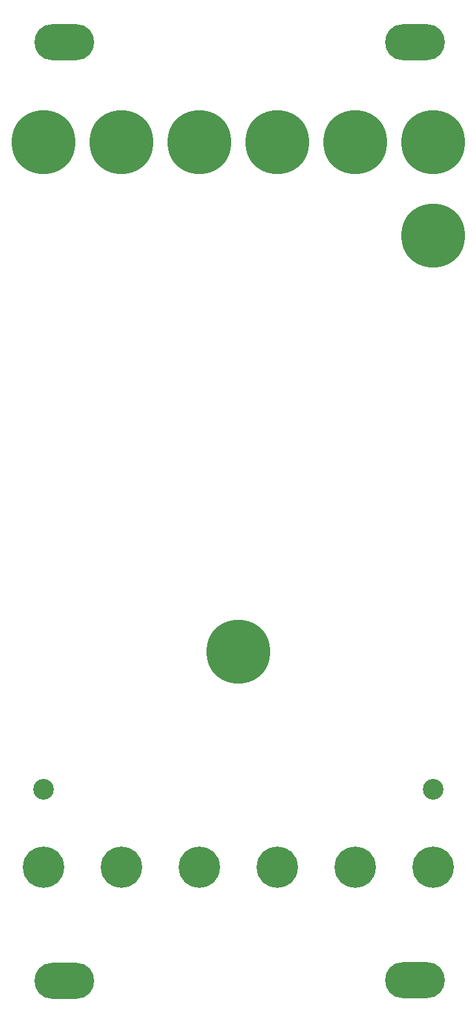
<source format=gbs>
G04 DipTrace 4.0.0.0*
G04 uTest_PCBpanel.GBS*
%MOIN*%
G04 #@! TF.FileFunction,Soldermask,Bot*
G04 #@! TF.Part,Single*
%ADD20C,0.212*%
%ADD21C,0.106299*%
%ADD26C,0.328*%
%ADD28O,0.307213X0.185165*%
%FSLAX26Y26*%
G04*
G70*
G90*
G75*
G01*
G04 BotMask*
%LPD*%
D20*
X994000Y1094000D3*
X1394000D3*
X1794000D3*
X594000D3*
X2194000D3*
X2594000D3*
D21*
Y1494000D3*
X594000D3*
D28*
X2500213Y512970D3*
X2501441Y5332119D3*
D26*
X2194000Y4819000D3*
X1794000D3*
X1394000D3*
X994000D3*
X2594000Y4337749D3*
Y4819000D3*
X594000D3*
D28*
X700682Y512178D3*
Y5332029D3*
D26*
X1594000Y2200249D3*
M02*

</source>
